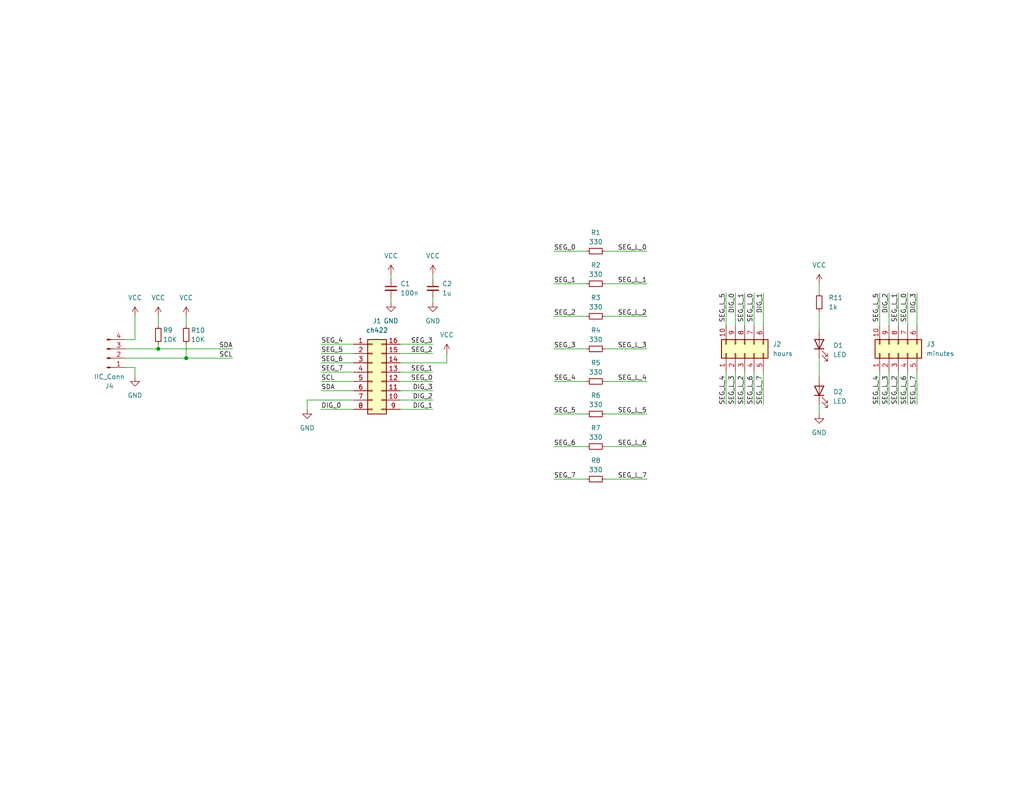
<source format=kicad_sch>
(kicad_sch (version 20230121) (generator eeschema)
  (paper "A")
  (lib_symbols
    (symbol "Connector:Conn_01x04_Pin" (pin_names (offset 1.016) hide)
      (property "Reference" "J" (at 0 5.08 0))
      (property "Value" "Conn_01x04_Pin" (at 0 -7.62 0))
      (symbol "Conn_01x04_Pin_1_1"
        (polyline (pts (xy 1.27 -5.08) (xy 0.8636 -5.08)) (stroke (width 0.1524)))
        (polyline (pts (xy 1.27 -2.54) (xy 0.8636 -2.54)) (stroke (width 0.1524)))
        (polyline (pts (xy 1.27 0) (xy 0.8636 0)) (stroke (width 0.1524)))
        (polyline (pts (xy 1.27 2.54) (xy 0.8636 2.54)) (stroke (width 0.1524)))
        (rectangle (start 0.8636 -4.953) (end 0 -5.207) (stroke (width 0.1524)) (fill (type outline)))
        (rectangle (start 0.8636 -2.413) (end 0 -2.667) (stroke (width 0.1524)) (fill (type outline)))
        (rectangle (start 0.8636 0.127) (end 0 -0.127) (stroke (width 0.1524)) (fill (type outline)))
        (rectangle (start 0.8636 2.667) (end 0 2.413) (stroke (width 0.1524)) (fill (type outline)))
        (pin passive line (at 5.08 2.54 180) (length 3.81) (name "Pin_1") (number "1"))
        (pin passive line (at 5.08 0 180) (length 3.81) (name "Pin_2") (number "2"))
        (pin passive line (at 5.08 -2.54 180) (length 3.81) (name "Pin_3") (number "3"))
        (pin passive line (at 5.08 -5.08 180) (length 3.81) (name "Pin_4") (number "4"))
      )
    )
    (symbol "Connector_Generic:Conn_02x05_Counter_Clockwise" (pin_names (offset 1.016) hide)
      (property "Reference" "J" (at 1.27 7.62 0))
      (property "Value" "Conn_02x05_Counter_Clockwise" (at 1.27 -7.62 0))
      (symbol "Conn_02x05_Counter_Clockwise_1_1"
        (rectangle (start -1.27 -4.953) (end 0 -5.207) (stroke (width 0.1524)))
        (rectangle (start -1.27 -2.413) (end 0 -2.667) (stroke (width 0.1524)))
        (rectangle (start -1.27 0.127) (end 0 -0.127) (stroke (width 0.1524)))
        (rectangle (start -1.27 2.667) (end 0 2.413) (stroke (width 0.1524)))
        (rectangle (start -1.27 5.207) (end 0 4.953) (stroke (width 0.1524)))
        (rectangle (start -1.27 6.35) (end 3.81 -6.35) (stroke (width 0.254)) (fill (type background)))
        (rectangle (start 3.81 -4.953) (end 2.54 -5.207) (stroke (width 0.1524)))
        (rectangle (start 3.81 -2.413) (end 2.54 -2.667) (stroke (width 0.1524)))
        (rectangle (start 3.81 0.127) (end 2.54 -0.127) (stroke (width 0.1524)))
        (rectangle (start 3.81 2.667) (end 2.54 2.413) (stroke (width 0.1524)))
        (rectangle (start 3.81 5.207) (end 2.54 4.953) (stroke (width 0.1524)))
        (pin passive line (at -5.08 5.08 0) (length 3.81) (name "Pin_1") (number "1"))
        (pin passive line (at 7.62 5.08 180) (length 3.81) (name "Pin_10") (number "10"))
        (pin passive line (at -5.08 2.54 0) (length 3.81) (name "Pin_2") (number "2"))
        (pin passive line (at -5.08 0 0) (length 3.81) (name "Pin_3") (number "3"))
        (pin passive line (at -5.08 -2.54 0) (length 3.81) (name "Pin_4") (number "4"))
        (pin passive line (at -5.08 -5.08 0) (length 3.81) (name "Pin_5") (number "5"))
        (pin passive line (at 7.62 -5.08 180) (length 3.81) (name "Pin_6") (number "6"))
        (pin passive line (at 7.62 -2.54 180) (length 3.81) (name "Pin_7") (number "7"))
        (pin passive line (at 7.62 0 180) (length 3.81) (name "Pin_8") (number "8"))
        (pin passive line (at 7.62 2.54 180) (length 3.81) (name "Pin_9") (number "9"))
      )
    )
    (symbol "Connector_Generic:Conn_02x08_Counter_Clockwise" (pin_names (offset 1.016) hide)
      (property "Reference" "J" (at 1.27 10.16 0))
      (property "Value" "Conn_02x08_Counter_Clockwise" (at 1.27 -12.7 0))
      (symbol "Conn_02x08_Counter_Clockwise_1_1"
        (rectangle (start -1.27 -10.033) (end 0 -10.287) (stroke (width 0.1524)))
        (rectangle (start -1.27 -7.493) (end 0 -7.747) (stroke (width 0.1524)))
        (rectangle (start -1.27 -4.953) (end 0 -5.207) (stroke (width 0.1524)))
        (rectangle (start -1.27 -2.413) (end 0 -2.667) (stroke (width 0.1524)))
        (rectangle (start -1.27 0.127) (end 0 -0.127) (stroke (width 0.1524)))
        (rectangle (start -1.27 2.667) (end 0 2.413) (stroke (width 0.1524)))
        (rectangle (start -1.27 5.207) (end 0 4.953) (stroke (width 0.1524)))
        (rectangle (start -1.27 7.747) (end 0 7.493) (stroke (width 0.1524)))
        (rectangle (start -1.27 8.89) (end 3.81 -11.43) (stroke (width 0.254)) (fill (type background)))
        (rectangle (start 3.81 -10.033) (end 2.54 -10.287) (stroke (width 0.1524)))
        (rectangle (start 3.81 -7.493) (end 2.54 -7.747) (stroke (width 0.1524)))
        (rectangle (start 3.81 -4.953) (end 2.54 -5.207) (stroke (width 0.1524)))
        (rectangle (start 3.81 -2.413) (end 2.54 -2.667) (stroke (width 0.1524)))
        (rectangle (start 3.81 0.127) (end 2.54 -0.127) (stroke (width 0.1524)))
        (rectangle (start 3.81 2.667) (end 2.54 2.413) (stroke (width 0.1524)))
        (rectangle (start 3.81 5.207) (end 2.54 4.953) (stroke (width 0.1524)))
        (rectangle (start 3.81 7.747) (end 2.54 7.493) (stroke (width 0.1524)))
        (pin passive line (at -5.08 7.62 0) (length 3.81) (name "Pin_1") (number "1"))
        (pin passive line (at 7.62 -7.62 180) (length 3.81) (name "Pin_10") (number "10"))
        (pin passive line (at 7.62 -5.08 180) (length 3.81) (name "Pin_11") (number "11"))
        (pin passive line (at 7.62 -2.54 180) (length 3.81) (name "Pin_12") (number "12"))
        (pin passive line (at 7.62 0 180) (length 3.81) (name "Pin_13") (number "13"))
        (pin passive line (at 7.62 2.54 180) (length 3.81) (name "Pin_14") (number "14"))
        (pin passive line (at 7.62 5.08 180) (length 3.81) (name "Pin_15") (number "15"))
        (pin passive line (at 7.62 7.62 180) (length 3.81) (name "Pin_16") (number "16"))
        (pin passive line (at -5.08 5.08 0) (length 3.81) (name "Pin_2") (number "2"))
        (pin passive line (at -5.08 2.54 0) (length 3.81) (name "Pin_3") (number "3"))
        (pin passive line (at -5.08 0 0) (length 3.81) (name "Pin_4") (number "4"))
        (pin passive line (at -5.08 -2.54 0) (length 3.81) (name "Pin_5") (number "5"))
        (pin passive line (at -5.08 -5.08 0) (length 3.81) (name "Pin_6") (number "6"))
        (pin passive line (at -5.08 -7.62 0) (length 3.81) (name "Pin_7") (number "7"))
        (pin passive line (at -5.08 -10.16 0) (length 3.81) (name "Pin_8") (number "8"))
        (pin passive line (at 7.62 -10.16 180) (length 3.81) (name "Pin_9") (number "9"))
      )
    )
    (symbol "Device:C_Small" (pin_numbers hide) (pin_names (offset 0.254) hide)
      (property "Reference" "C" (at 0.254 1.778 0))
      (property "Value" "C_Small" (at 0.254 -2.032 0))
      (symbol "C_Small_0_1"
        (polyline (pts (xy -1.524 -0.508) (xy 1.524 -0.508)) (stroke (width 0.3302)))
        (polyline (pts (xy -1.524 0.508) (xy 1.524 0.508)) (stroke (width 0.3048)))
      )
      (symbol "C_Small_1_1"
        (pin passive line (at 0 2.54 270) (length 2.032) (name "~") (number "1"))
        (pin passive line (at 0 -2.54 90) (length 2.032) (name "~") (number "2"))
      )
    )
    (symbol "Device:LED" (pin_numbers hide) (pin_names (offset 1.016) hide)
      (property "Reference" "D" (at 0 2.54 0))
      (property "Value" "LED" (at 0 -2.54 0))
      (symbol "LED_0_1"
        (polyline (pts (xy -1.27 -1.27) (xy -1.27 1.27)) (stroke (width 0.254)))
        (polyline (pts (xy -1.27 0) (xy 1.27 0)))
        (polyline (pts (xy 1.27 -1.27) (xy 1.27 1.27) (xy -1.27 0) (xy 1.27 -1.27)) (stroke (width 0.254)))
        (polyline (pts (xy -3.048 -0.762) (xy -4.572 -2.286) (xy -3.81 -2.286) (xy -4.572 -2.286) (xy -4.572 -1.524)))
        (polyline (pts (xy -1.778 -0.762) (xy -3.302 -2.286) (xy -2.54 -2.286) (xy -3.302 -2.286) (xy -3.302 -1.524)))
      )
      (symbol "LED_1_1"
        (pin passive line (at -3.81 0 0) (length 2.54) (name "K") (number "1"))
        (pin passive line (at 3.81 0 180) (length 2.54) (name "A") (number "2"))
      )
    )
    (symbol "Device:R_Small" (pin_numbers hide) (pin_names (offset 0.254) hide)
      (property "Reference" "R" (at 0.762 0.508 0))
      (property "Value" "R_Small" (at 0.762 -1.016 0))
      (symbol "R_Small_0_1"
        (rectangle (start -0.762 1.778) (end 0.762 -1.778) (stroke (width 0.2032)))
      )
      (symbol "R_Small_1_1"
        (pin passive line (at 0 2.54 270) (length 0.762) (name "~") (number "1"))
        (pin passive line (at 0 -2.54 90) (length 0.762) (name "~") (number "2"))
      )
    )
    (symbol "power:GND" (power) (pin_names (offset 0))
      (property "Value" "GND" (at 0 -3.81 0))
      (symbol "GND_0_1"
        (polyline (pts (xy 0 0) (xy 0 -1.27) (xy 1.27 -1.27) (xy 0 -2.54) (xy -1.27 -1.27) (xy 0 -1.27)))
      )
      (symbol "GND_1_1"
        (pin power_in line (at 0 0 270) (length 0) hide (name "GND") (number "1"))
      )
    )
    (symbol "power:VCC" (power) (pin_names (offset 0))
      (property "Value" "VCC" (at 0 3.81 0))
      (symbol "VCC_0_1"
        (polyline (pts (xy -0.762 1.27) (xy 0 2.54)))
        (polyline (pts (xy 0 0) (xy 0 2.54)))
        (polyline (pts (xy 0 2.54) (xy 0.762 1.27)))
      )
      (symbol "VCC_1_1"
        (pin power_in line (at 0 0 90) (length 0) hide (name "VCC") (number "1"))
      )
    )
  )
  (junction (at 43.18 95.25))
  (junction (at 50.8 97.79))
  (wire (pts (xy 198.12 80.01) (xy 198.12 88.9)))
  (wire (pts (xy 43.18 86.36) (xy 43.18 88.9)))
  (wire (pts (xy 96.52 109.22) (xy 83.82 109.22)))
  (wire (pts (xy 109.22 99.06) (xy 121.92 99.06)))
  (wire (pts (xy 106.68 74.93) (xy 106.68 76.2)))
  (wire (pts (xy 109.22 101.6) (xy 118.11 101.6)))
  (wire (pts (xy 34.29 95.25) (xy 43.18 95.25)))
  (wire (pts (xy 87.63 106.68) (xy 96.52 106.68)))
  (wire (pts (xy 43.18 93.98) (xy 43.18 95.25)))
  (wire (pts (xy 109.22 93.98) (xy 118.11 93.98)))
  (wire (pts (xy 242.57 80.01) (xy 242.57 88.9)))
  (wire (pts (xy 83.82 109.22) (xy 83.82 111.76)))
  (wire (pts (xy 198.12 101.6) (xy 198.12 110.49)))
  (wire (pts (xy 87.63 111.76) (xy 96.52 111.76)))
  (wire (pts (xy 200.66 80.01) (xy 200.66 88.9)))
  (wire (pts (xy 223.52 77.47) (xy 223.52 80.01)))
  (wire (pts (xy 36.83 100.33) (xy 36.83 102.87)))
  (wire (pts (xy 250.19 101.6) (xy 250.19 110.49)))
  (wire (pts (xy 87.63 99.06) (xy 96.52 99.06)))
  (wire (pts (xy 87.63 93.98) (xy 96.52 93.98)))
  (wire (pts (xy 151.13 95.25) (xy 160.02 95.25)))
  (wire (pts (xy 34.29 92.71) (xy 36.83 92.71)))
  (wire (pts (xy 34.29 100.33) (xy 36.83 100.33)))
  (wire (pts (xy 121.92 99.06) (xy 121.92 96.52)))
  (wire (pts (xy 247.65 80.01) (xy 247.65 88.9)))
  (wire (pts (xy 165.1 130.81) (xy 176.53 130.81)))
  (wire (pts (xy 165.1 121.92) (xy 176.53 121.92)))
  (wire (pts (xy 223.52 110.49) (xy 223.52 113.03)))
  (wire (pts (xy 245.11 101.6) (xy 245.11 110.49)))
  (wire (pts (xy 87.63 96.52) (xy 96.52 96.52)))
  (wire (pts (xy 87.63 104.14) (xy 96.52 104.14)))
  (wire (pts (xy 223.52 85.09) (xy 223.52 90.17)))
  (wire (pts (xy 245.11 80.01) (xy 245.11 88.9)))
  (wire (pts (xy 200.66 101.6) (xy 200.66 110.49)))
  (wire (pts (xy 151.13 113.03) (xy 160.02 113.03)))
  (wire (pts (xy 208.28 80.01) (xy 208.28 88.9)))
  (wire (pts (xy 50.8 97.79) (xy 34.29 97.79)))
  (wire (pts (xy 43.18 95.25) (xy 63.5 95.25)))
  (wire (pts (xy 203.2 101.6) (xy 203.2 110.49)))
  (wire (pts (xy 151.13 104.14) (xy 160.02 104.14)))
  (wire (pts (xy 50.8 93.98) (xy 50.8 97.79)))
  (wire (pts (xy 165.1 86.36) (xy 176.53 86.36)))
  (wire (pts (xy 151.13 121.92) (xy 160.02 121.92)))
  (wire (pts (xy 151.13 77.47) (xy 160.02 77.47)))
  (wire (pts (xy 242.57 101.6) (xy 242.57 110.49)))
  (wire (pts (xy 151.13 130.81) (xy 160.02 130.81)))
  (wire (pts (xy 165.1 113.03) (xy 176.53 113.03)))
  (wire (pts (xy 87.63 101.6) (xy 96.52 101.6)))
  (wire (pts (xy 165.1 77.47) (xy 176.53 77.47)))
  (wire (pts (xy 240.03 101.6) (xy 240.03 110.49)))
  (wire (pts (xy 109.22 109.22) (xy 118.11 109.22)))
  (wire (pts (xy 165.1 68.58) (xy 176.53 68.58)))
  (wire (pts (xy 205.74 101.6) (xy 205.74 110.49)))
  (wire (pts (xy 151.13 86.36) (xy 160.02 86.36)))
  (wire (pts (xy 165.1 104.14) (xy 176.53 104.14)))
  (wire (pts (xy 106.68 81.28) (xy 106.68 82.55)))
  (wire (pts (xy 50.8 97.79) (xy 63.5 97.79)))
  (wire (pts (xy 240.03 80.01) (xy 240.03 88.9)))
  (wire (pts (xy 208.28 101.6) (xy 208.28 110.49)))
  (wire (pts (xy 109.22 104.14) (xy 118.11 104.14)))
  (wire (pts (xy 109.22 106.68) (xy 118.11 106.68)))
  (wire (pts (xy 205.74 80.01) (xy 205.74 88.9)))
  (wire (pts (xy 109.22 96.52) (xy 118.11 96.52)))
  (wire (pts (xy 109.22 111.76) (xy 118.11 111.76)))
  (wire (pts (xy 118.11 81.28) (xy 118.11 82.55)))
  (wire (pts (xy 36.83 86.36) (xy 36.83 92.71)))
  (wire (pts (xy 50.8 86.36) (xy 50.8 88.9)))
  (wire (pts (xy 223.52 97.79) (xy 223.52 102.87)))
  (wire (pts (xy 165.1 95.25) (xy 176.53 95.25)))
  (wire (pts (xy 118.11 74.93) (xy 118.11 76.2)))
  (wire (pts (xy 247.65 101.6) (xy 247.65 110.49)))
  (wire (pts (xy 203.2 80.01) (xy 203.2 88.9)))
  (wire (pts (xy 151.13 68.58) (xy 160.02 68.58)))
  (wire (pts (xy 250.19 80.01) (xy 250.19 88.9)))
  (label "SEG_L_6" (at 176.53 121.92 180))
  (label "DIG_1" (at 208.28 80.01 270))
  (label "DIG_0" (at 200.66 80.01 270))
  (label "SEG_L_7" (at 250.19 110.49 90))
  (label "DIG_2" (at 118.11 109.22 180))
  (label "SEG_L_5" (at 198.12 80.01 270))
  (label "SEG_L_1" (at 245.11 80.01 270))
  (label "SEG_0" (at 151.13 68.58 0))
  (label "SEG_5" (at 87.63 96.52 0))
  (label "SEG_1" (at 151.13 77.47 0))
  (label "DIG_3" (at 250.19 80.01 270))
  (label "SEG_L_4" (at 198.12 110.49 90))
  (label "SEG_L_1" (at 203.2 80.01 270))
  (label "SEG_L_7" (at 176.53 130.81 180))
  (label "SEG_0" (at 118.11 104.14 180))
  (label "SEG_3" (at 118.11 93.98 180))
  (label "SEG_7" (at 151.13 130.81 0))
  (label "SEG_L_6" (at 205.74 110.49 90))
  (label "DIG_3" (at 118.11 106.68 180))
  (label "DIG_2" (at 242.57 80.01 270))
  (label "SEG_L_3" (at 242.57 110.49 90))
  (label "SEG_L_0" (at 247.65 80.01 270))
  (label "SEG_4" (at 87.63 93.98 0))
  (label "SEG_L_0" (at 205.74 80.01 270))
  (label "SEG_L_6" (at 247.65 110.49 90))
  (label "SCL" (at 63.5 97.79 180))
  (label "SEG_1" (at 118.11 101.6 180))
  (label "SEG_L_5" (at 240.03 80.01 270))
  (label "SEG_L_4" (at 176.53 104.14 180))
  (label "SDA" (at 87.63 106.68 0))
  (label "SEG_L_2" (at 245.11 110.49 90))
  (label "SEG_6" (at 87.63 99.06 0))
  (label "SEG_7" (at 87.63 101.6 0))
  (label "SEG_6" (at 151.13 121.92 0))
  (label "SEG_L_7" (at 208.28 110.49 90))
  (label "DIG_1" (at 118.11 111.76 180))
  (label "SEG_2" (at 151.13 86.36 0))
  (label "SEG_4" (at 151.13 104.14 0))
  (label "SEG_L_3" (at 200.66 110.49 90))
  (label "SEG_L_1" (at 176.53 77.47 180))
  (label "SEG_3" (at 151.13 95.25 0))
  (label "SEG_L_2" (at 203.2 110.49 90))
  (label "SEG_L_2" (at 176.53 86.36 180))
  (label "SDA" (at 63.5 95.25 180))
  (label "SEG_2" (at 118.11 96.52 180))
  (label "SEG_L_3" (at 176.53 95.25 180))
  (label "SEG_5" (at 151.13 113.03 0))
  (label "SEG_L_4" (at 240.03 110.49 90))
  (label "SEG_L_5" (at 176.53 113.03 180))
  (label "SCL" (at 87.63 104.14 0))
  (label "DIG_0" (at 87.63 111.76 0))
  (label "SEG_L_0" (at 176.53 68.58 180))
  (symbol (lib_id "Device:R_Small") (at 43.18 91.44 0) (unit 1)
    (property "Reference" "R9" (at 44.45 90.17 0) (effects (justify left)))
    (property "Value" "10K" (at 44.45 92.71 0) (effects (justify left)))
    (property "Footprint" "Resistor_SMD:R_0603_1608Metric" (effects hide))
  )
  (symbol (lib_id "power:VCC") (at 106.68 74.93 0) (unit 1)
    (property "Reference" "#PWR07" (effects hide))
    (property "Value" "VCC" (at 106.68 69.85 0))
  )
  (symbol (lib_id "power:VCC") (at 121.92 96.52 0) (unit 1)
    (property "Reference" "#PWR01" (effects hide))
    (property "Value" "VCC" (at 121.92 91.44 0))
  )
  (symbol (lib_id "power:GND") (at 36.83 102.87 0) (unit 1)
    (property "Reference" "#PWR06" (effects hide))
    (property "Value" "GND" (at 36.83 107.95 0))
  )
  (symbol (lib_id "Device:R_Small") (at 162.56 113.03 90) (unit 1)
    (property "Reference" "R6" (at 162.56 107.95 90))
    (property "Value" "330" (at 162.56 110.49 90))
    (property "Footprint" "Resistor_SMD:R_0603_1608Metric" (effects hide))
  )
  (symbol (lib_id "Device:C_Small") (at 118.11 78.74 0) (unit 1)
    (property "Reference" "C2" (at 120.65 77.4763 0) (effects (justify left)))
    (property "Value" "1u" (at 120.65 80.0163 0) (effects (justify left)))
    (property "Footprint" "Capacitor_SMD:C_0805_2012Metric" (effects hide))
  )
  (symbol (lib_id "power:VCC") (at 118.11 74.93 0) (unit 1)
    (property "Reference" "#PWR09" (effects hide))
    (property "Value" "VCC" (at 118.11 69.85 0))
  )
  (symbol (lib_id "power:GND") (at 118.11 82.55 0) (unit 1)
    (property "Reference" "#PWR010" (effects hide))
    (property "Value" "GND" (at 118.11 87.63 0))
  )
  (symbol (lib_id "Connector_Generic:Conn_02x05_Counter_Clockwise") (at 245.11 96.52 90) (unit 1)
    (property "Reference" "J3" (at 252.73 93.98 90) (effects (justify right)))
    (property "Value" "minutes" (at 252.73 96.52 90) (effects (justify right)))
    (property "Footprint" "Package_DIP:DIP-10_W7.62mm" (effects hide))
  )
  (symbol (lib_id "Connector_Generic:Conn_02x08_Counter_Clockwise") (at 101.6 101.6 0) (unit 1)
    (property "Reference" "J1" (at 102.87 87.63 0))
    (property "Value" "ch422" (at 102.87 90.17 0))
    (property "Footprint" "Package_SO:SO-16_3.9x9.9mm_P1.27mm" (effects hide))
  )
  (symbol (lib_id "Device:LED") (at 223.52 106.68 90) (unit 1)
    (property "Reference" "D2" (at 227.33 106.9975 90) (effects (justify right)))
    (property "Value" "LED" (at 227.33 109.5375 90) (effects (justify right)))
    (property "Footprint" "LED_THT:LED_D3.0mm" (effects hide))
  )
  (symbol (lib_id "power:VCC") (at 43.18 86.36 0) (unit 1)
    (property "Reference" "#PWR04" (effects hide))
    (property "Value" "VCC" (at 43.18 81.28 0))
  )
  (symbol (lib_id "Device:LED") (at 223.52 93.98 90) (unit 1)
    (property "Reference" "D1" (at 227.33 94.2975 90) (effects (justify right)))
    (property "Value" "LED" (at 227.33 96.8375 90) (effects (justify right)))
    (property "Footprint" "LED_THT:LED_D3.0mm" (effects hide))
  )
  (symbol (lib_id "Device:R_Small") (at 162.56 104.14 90) (unit 1)
    (property "Reference" "R5" (at 162.56 99.06 90))
    (property "Value" "330" (at 162.56 101.6 90))
    (property "Footprint" "Resistor_SMD:R_0603_1608Metric" (effects hide))
  )
  (symbol (lib_id "Device:C_Small") (at 106.68 78.74 0) (unit 1)
    (property "Reference" "C1" (at 109.22 77.4763 0) (effects (justify left)))
    (property "Value" "100n" (at 109.22 80.0163 0) (effects (justify left)))
    (property "Footprint" "Capacitor_SMD:C_0603_1608Metric" (effects hide))
  )
  (symbol (lib_id "Device:R_Small") (at 162.56 130.81 90) (unit 1)
    (property "Reference" "R8" (at 162.56 125.73 90))
    (property "Value" "330" (at 162.56 128.27 90))
    (property "Footprint" "Resistor_SMD:R_0603_1608Metric" (effects hide))
  )
  (symbol (lib_id "Device:R_Small") (at 162.56 86.36 90) (unit 1)
    (property "Reference" "R3" (at 162.56 81.28 90))
    (property "Value" "330" (at 162.56 83.82 90))
    (property "Footprint" "Resistor_SMD:R_0603_1608Metric" (effects hide))
  )
  (symbol (lib_id "power:GND") (at 223.52 113.03 0) (unit 1)
    (property "Reference" "#PWR011" (effects hide))
    (property "Value" "GND" (at 223.52 118.11 0))
  )
  (symbol (lib_id "Connector_Generic:Conn_02x05_Counter_Clockwise") (at 203.2 96.52 90) (unit 1)
    (property "Reference" "J2" (at 210.82 93.98 90) (effects (justify right)))
    (property "Value" "hours" (at 210.82 96.52 90) (effects (justify right)))
    (property "Footprint" "Package_DIP:DIP-10_W7.62mm" (effects hide))
  )
  (symbol (lib_id "Device:R_Small") (at 223.52 82.55 0) (unit 1)
    (property "Reference" "R11" (at 226.06 81.28 0) (effects (justify left)))
    (property "Value" "1k" (at 226.06 83.82 0) (effects (justify left)))
    (property "Footprint" "Resistor_SMD:R_0603_1608Metric" (effects hide))
  )
  (symbol (lib_id "Device:R_Small") (at 162.56 121.92 90) (unit 1)
    (property "Reference" "R7" (at 162.56 116.84 90))
    (property "Value" "330" (at 162.56 119.38 90))
    (property "Footprint" "Resistor_SMD:R_0603_1608Metric" (effects hide))
  )
  (symbol (lib_id "power:VCC") (at 36.83 86.36 0) (unit 1)
    (property "Reference" "#PWR03" (effects hide))
    (property "Value" "VCC" (at 36.83 81.28 0))
  )
  (symbol (lib_id "Device:R_Small") (at 162.56 77.47 90) (unit 1)
    (property "Reference" "R2" (at 162.56 72.39 90))
    (property "Value" "330" (at 162.56 74.93 90))
    (property "Footprint" "Resistor_SMD:R_0603_1608Metric" (effects hide))
  )
  (symbol (lib_id "Device:R_Small") (at 162.56 95.25 90) (unit 1)
    (property "Reference" "R4" (at 162.56 90.17 90))
    (property "Value" "330" (at 162.56 92.71 90))
    (property "Footprint" "Resistor_SMD:R_0603_1608Metric" (effects hide))
  )
  (symbol (lib_id "Device:R_Small") (at 162.56 68.58 90) (unit 1)
    (property "Reference" "R1" (at 162.56 63.5 90))
    (property "Value" "330" (at 162.56 66.04 90))
    (property "Footprint" "Resistor_SMD:R_0603_1608Metric" (effects hide))
  )
  (symbol (lib_id "power:GND") (at 83.82 111.76 0) (unit 1)
    (property "Reference" "#PWR02" (effects hide))
    (property "Value" "GND" (at 83.82 116.84 0))
  )
  (symbol (lib_id "Device:R_Small") (at 50.8 91.44 0) (unit 1)
    (property "Reference" "R10" (at 52.07 90.17 0) (effects (justify left)))
    (property "Value" "10K" (at 52.07 92.71 0) (effects (justify left)))
    (property "Footprint" "Resistor_SMD:R_0603_1608Metric" (effects hide))
  )
  (symbol (lib_id "power:VCC") (at 50.8 86.36 0) (unit 1)
    (property "Reference" "#PWR05" (effects hide))
    (property "Value" "VCC" (at 50.8 81.28 0))
  )
  (symbol (lib_id "power:GND") (at 106.68 82.55 0) (unit 1)
    (property "Reference" "#PWR08" (effects hide))
    (property "Value" "GND" (at 106.68 87.63 0))
  )
  (symbol (lib_id "Connector:Conn_01x04_Pin") (at 29.21 97.79 0) (mirror x) (unit 1)
    (property "Reference" "J4" (at 29.845 105.41 0))
    (property "Value" "IIC_Conn" (at 29.845 102.87 0))
    (property "Footprint" "Connector_PinSocket_2.54mm:PinSocket_1x04_P2.54mm_Vertical" (effects hide))
  )
  (symbol (lib_id "power:VCC") (at 223.52 77.47 0) (unit 1)
    (property "Reference" "#PWR012" (effects hide))
    (property "Value" "VCC" (at 223.52 72.39 0))
  )
)
</source>
